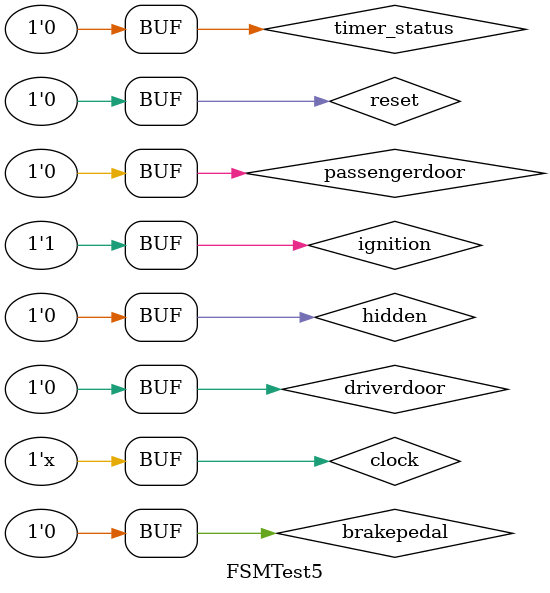
<source format=v>
`timescale 1ns / 1ps

module FSMTest5;

	// Inputs
	reg clock;
	reg passengerdoor;
	reg driverdoor;
	reg ignition;
	reg hidden;
	reg brakepedal;
	reg timer_status;
	reg reset;

	// Outputs
	wire fuelpump;
	wire status;
	wire siren;
	wire [3:0] state;

	// Instantiate the Unit Under Test (UUT)
	FSM uut (
		.clock(clock), 
		.passengerdoor(passengerdoor), 
		.driverdoor(driverdoor), 
		.ignition(ignition), 
		.hidden(hidden), 
		.brakepedal(brakepedal), 
		.timer_status(timer_status), 
		.reset(reset), 
		.fuelpump(fuelpump), 
		.status(status), 
		.siren(siren), 
		.state(state)
	);
	
	always begin
		#5 clock = ~clock;
	end

	initial begin
		// Initialize Inputs
		clock = 0;
		passengerdoor = 0;
		driverdoor = 0;
		ignition = 1;
		hidden = 0;
		brakepedal = 0;
		timer_status = 0;
		reset = 0;

		// Wait 100 ns for global reset to finish
		#100;
        
		// Add stimulus here
		ignition = 1; //if the ignition is on we should be in the disarmed state
		//which is state = 3
		
	end
      
endmodule


</source>
